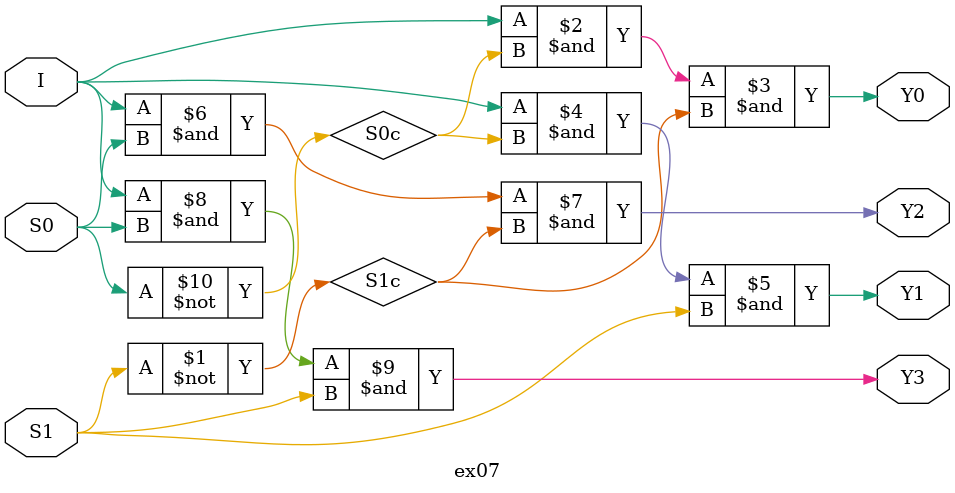
<source format=v>
module ex07(Y0,Y1,Y2,Y3,S0,S1,I);
input I,S0,S1;
output Y0,Y1,Y2,Y3;
wire S0c,S1c;
not(S0c,S0);
nor(S1c,S1);
and (Y0,I,S0c,S1c);
and(Y1,I,S0c,S1);
and(Y2,I,S0,S1c);
and(Y3,I,S0,S1);
endmodule

</source>
